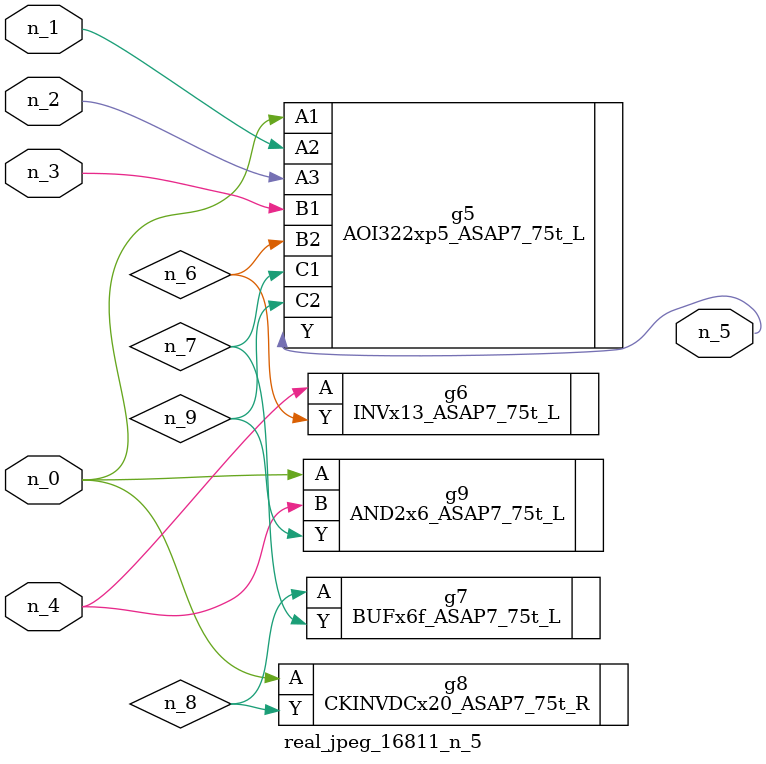
<source format=v>
module real_jpeg_16811_n_5 (n_4, n_0, n_1, n_2, n_3, n_5);

input n_4;
input n_0;
input n_1;
input n_2;
input n_3;

output n_5;

wire n_8;
wire n_6;
wire n_7;
wire n_9;

AOI322xp5_ASAP7_75t_L g5 ( 
.A1(n_0),
.A2(n_1),
.A3(n_2),
.B1(n_3),
.B2(n_6),
.C1(n_7),
.C2(n_9),
.Y(n_5)
);

CKINVDCx20_ASAP7_75t_R g8 ( 
.A(n_0),
.Y(n_8)
);

AND2x6_ASAP7_75t_L g9 ( 
.A(n_0),
.B(n_4),
.Y(n_9)
);

INVx13_ASAP7_75t_L g6 ( 
.A(n_4),
.Y(n_6)
);

BUFx6f_ASAP7_75t_L g7 ( 
.A(n_8),
.Y(n_7)
);


endmodule
</source>
